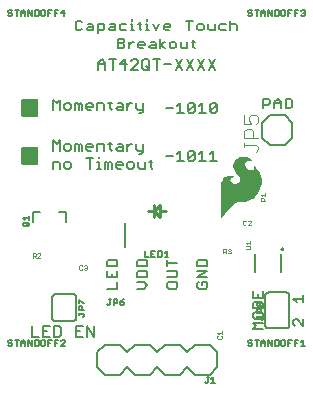
<source format=gbr>
G04 EAGLE Gerber RS-274X export*
G75*
%MOMM*%
%FSLAX34Y34*%
%LPD*%
%INSilkscreen Top*%
%IPPOS*%
%AMOC8*
5,1,8,0,0,1.08239X$1,22.5*%
G01*
%ADD10C,0.203200*%
%ADD11C,0.152400*%
%ADD12C,0.254000*%
%ADD13C,0.127000*%
%ADD14C,0.025400*%
%ADD15C,0.101600*%

G36*
X181315Y154730D02*
X181315Y154730D01*
X181399Y154733D01*
X181400Y154733D01*
X181401Y154733D01*
X181479Y154776D01*
X181552Y154815D01*
X181552Y154816D01*
X181553Y154816D01*
X181557Y154822D01*
X181640Y154930D01*
X181713Y155075D01*
X182069Y155431D01*
X182076Y155442D01*
X182089Y155453D01*
X182689Y156153D01*
X182693Y156160D01*
X182700Y156167D01*
X183392Y157056D01*
X184283Y158046D01*
X184286Y158051D01*
X184292Y158057D01*
X185287Y159250D01*
X186380Y160443D01*
X187579Y161741D01*
X188879Y163141D01*
X188883Y163148D01*
X188890Y163154D01*
X189980Y164442D01*
X191062Y165524D01*
X192037Y166402D01*
X192989Y167068D01*
X194029Y167541D01*
X195051Y167820D01*
X198900Y167820D01*
X198920Y167825D01*
X198947Y167823D01*
X201347Y168123D01*
X201369Y168131D01*
X201400Y168133D01*
X203600Y168733D01*
X203623Y168745D01*
X203656Y168753D01*
X205656Y169653D01*
X205675Y169667D01*
X205703Y169679D01*
X207603Y170879D01*
X207614Y170889D01*
X207631Y170898D01*
X209331Y172198D01*
X209348Y172219D01*
X209377Y172240D01*
X210877Y173840D01*
X210885Y173854D01*
X210900Y173867D01*
X212300Y175667D01*
X212313Y175694D01*
X212338Y175726D01*
X214238Y179426D01*
X214246Y179457D01*
X214266Y179498D01*
X215266Y183098D01*
X215268Y183132D01*
X215280Y183178D01*
X215480Y186678D01*
X215474Y186710D01*
X215476Y186757D01*
X214976Y190057D01*
X214965Y190086D01*
X214958Y190128D01*
X213958Y192928D01*
X213944Y192949D01*
X213934Y192981D01*
X212634Y195381D01*
X212608Y195410D01*
X212569Y195469D01*
X210869Y197169D01*
X210839Y197187D01*
X210802Y197222D01*
X209202Y198222D01*
X209136Y198245D01*
X209072Y198273D01*
X209055Y198273D01*
X209038Y198278D01*
X208969Y198269D01*
X208899Y198267D01*
X208884Y198258D01*
X208866Y198256D01*
X208808Y198217D01*
X208747Y198184D01*
X208737Y198169D01*
X208722Y198159D01*
X208687Y198099D01*
X208647Y198042D01*
X208644Y198023D01*
X208636Y198009D01*
X208633Y197970D01*
X208620Y197900D01*
X208620Y197300D01*
X208627Y197270D01*
X208627Y197225D01*
X208713Y196794D01*
X208625Y196263D01*
X208537Y195734D01*
X208298Y195336D01*
X207883Y194921D01*
X207322Y194680D01*
X206753Y194680D01*
X205438Y195056D01*
X204697Y195427D01*
X204021Y195909D01*
X203335Y196400D01*
X202658Y196979D01*
X202199Y197438D01*
X201722Y198202D01*
X201719Y198205D01*
X201716Y198211D01*
X201349Y198762D01*
X201172Y199384D01*
X201085Y199900D01*
X201168Y200397D01*
X201347Y200844D01*
X201622Y201394D01*
X201976Y201836D01*
X202714Y202482D01*
X203092Y202671D01*
X203433Y202841D01*
X204167Y203025D01*
X205021Y203120D01*
X206253Y203120D01*
X206608Y203031D01*
X206644Y203031D01*
X206700Y203020D01*
X206800Y203020D01*
X206861Y203034D01*
X206924Y203040D01*
X206945Y203054D01*
X206969Y203059D01*
X207017Y203099D01*
X207070Y203133D01*
X207083Y203154D01*
X207102Y203169D01*
X207128Y203227D01*
X207161Y203280D01*
X207163Y203305D01*
X207173Y203328D01*
X207171Y203390D01*
X207177Y203453D01*
X207168Y203476D01*
X207167Y203501D01*
X207137Y203556D01*
X207114Y203615D01*
X207094Y203634D01*
X207084Y203653D01*
X207053Y203674D01*
X207011Y203716D01*
X206717Y203913D01*
X206021Y204409D01*
X206006Y204415D01*
X205992Y204428D01*
X204792Y205128D01*
X204768Y205136D01*
X204741Y205153D01*
X203241Y205753D01*
X203223Y205756D01*
X203202Y205766D01*
X201402Y206266D01*
X201368Y206268D01*
X201319Y206280D01*
X199319Y206380D01*
X199281Y206373D01*
X199216Y206371D01*
X197016Y205871D01*
X196982Y205854D01*
X196924Y205837D01*
X194624Y204637D01*
X194599Y204616D01*
X194558Y204594D01*
X192858Y203194D01*
X192835Y203163D01*
X192787Y203115D01*
X191687Y201515D01*
X191673Y201480D01*
X191641Y201427D01*
X191041Y199727D01*
X191038Y199692D01*
X191036Y199681D01*
X191027Y199662D01*
X191028Y199640D01*
X191020Y199600D01*
X191020Y197900D01*
X191029Y197862D01*
X191035Y197793D01*
X191535Y196093D01*
X191549Y196068D01*
X191560Y196030D01*
X192460Y194230D01*
X192479Y194207D01*
X192498Y194169D01*
X193798Y192469D01*
X193815Y192455D01*
X193831Y192431D01*
X195522Y190741D01*
X196778Y189291D01*
X197420Y187916D01*
X197420Y186657D01*
X197061Y185492D01*
X196249Y184590D01*
X195139Y183849D01*
X193847Y183480D01*
X192351Y183480D01*
X191311Y183764D01*
X190491Y184037D01*
X189858Y184579D01*
X189313Y185125D01*
X189056Y185638D01*
X188880Y186253D01*
X188880Y186838D01*
X189041Y187321D01*
X189288Y187650D01*
X189654Y188016D01*
X190133Y188399D01*
X190488Y188666D01*
X190941Y188847D01*
X190953Y188855D01*
X190970Y188860D01*
X191214Y188982D01*
X191370Y189060D01*
X191570Y189160D01*
X191599Y189184D01*
X191669Y189231D01*
X191769Y189331D01*
X191782Y189353D01*
X191802Y189369D01*
X191828Y189426D01*
X191860Y189478D01*
X191863Y189504D01*
X191873Y189528D01*
X191871Y189589D01*
X191877Y189651D01*
X191868Y189675D01*
X191867Y189701D01*
X191837Y189755D01*
X191815Y189813D01*
X191796Y189830D01*
X191784Y189853D01*
X191734Y189888D01*
X191688Y189930D01*
X191663Y189938D01*
X191642Y189953D01*
X191558Y189969D01*
X191522Y189980D01*
X191512Y189978D01*
X191500Y189980D01*
X191462Y189980D01*
X191231Y190057D01*
X190741Y190253D01*
X190706Y190258D01*
X190654Y190276D01*
X189954Y190376D01*
X189930Y190374D01*
X189900Y190380D01*
X188100Y190380D01*
X188070Y190373D01*
X188025Y190373D01*
X187025Y190173D01*
X187015Y190168D01*
X187000Y190167D01*
X185900Y189867D01*
X185883Y189858D01*
X185859Y189853D01*
X184859Y189453D01*
X184832Y189434D01*
X184789Y189416D01*
X183889Y188816D01*
X183868Y188794D01*
X183831Y188769D01*
X183031Y187969D01*
X183020Y187951D01*
X183000Y187933D01*
X182300Y187033D01*
X182289Y187009D01*
X182266Y186982D01*
X181666Y185882D01*
X181657Y185849D01*
X181634Y185804D01*
X181234Y184404D01*
X181233Y184379D01*
X181223Y184347D01*
X181023Y182747D01*
X181024Y182735D01*
X181020Y182720D01*
X180920Y180820D01*
X180922Y180811D01*
X180920Y180800D01*
X180920Y155100D01*
X180940Y155015D01*
X180959Y154933D01*
X180959Y154932D01*
X180959Y154931D01*
X181016Y154863D01*
X181068Y154799D01*
X181069Y154798D01*
X181147Y154763D01*
X181226Y154727D01*
X181227Y154727D01*
X181228Y154727D01*
X181315Y154730D01*
G37*
G36*
X25458Y240293D02*
X25458Y240293D01*
X25516Y240291D01*
X25598Y240313D01*
X25682Y240325D01*
X25735Y240349D01*
X25791Y240363D01*
X25864Y240406D01*
X25941Y240441D01*
X25986Y240479D01*
X26036Y240509D01*
X26094Y240570D01*
X26158Y240625D01*
X26190Y240673D01*
X26230Y240716D01*
X26269Y240791D01*
X26316Y240861D01*
X26333Y240917D01*
X26360Y240969D01*
X26371Y241037D01*
X26401Y241132D01*
X26404Y241232D01*
X26415Y241300D01*
X26415Y254000D01*
X26407Y254058D01*
X26409Y254116D01*
X26387Y254198D01*
X26375Y254282D01*
X26352Y254335D01*
X26337Y254391D01*
X26294Y254464D01*
X26259Y254541D01*
X26221Y254586D01*
X26192Y254636D01*
X26130Y254694D01*
X26076Y254758D01*
X26027Y254790D01*
X25984Y254830D01*
X25909Y254869D01*
X25839Y254916D01*
X25783Y254933D01*
X25731Y254960D01*
X25663Y254971D01*
X25568Y255001D01*
X25468Y255004D01*
X25400Y255015D01*
X12700Y255015D01*
X12642Y255007D01*
X12584Y255009D01*
X12502Y254987D01*
X12419Y254975D01*
X12365Y254952D01*
X12309Y254937D01*
X12236Y254894D01*
X12159Y254859D01*
X12114Y254821D01*
X12064Y254792D01*
X12006Y254730D01*
X11942Y254676D01*
X11910Y254627D01*
X11870Y254584D01*
X11831Y254509D01*
X11785Y254439D01*
X11767Y254383D01*
X11740Y254331D01*
X11729Y254263D01*
X11699Y254168D01*
X11696Y254068D01*
X11685Y254000D01*
X11685Y241300D01*
X11693Y241242D01*
X11691Y241184D01*
X11713Y241102D01*
X11725Y241019D01*
X11749Y240965D01*
X11763Y240909D01*
X11806Y240836D01*
X11841Y240759D01*
X11879Y240714D01*
X11909Y240664D01*
X11970Y240606D01*
X12025Y240542D01*
X12073Y240510D01*
X12116Y240470D01*
X12191Y240431D01*
X12261Y240385D01*
X12317Y240367D01*
X12369Y240340D01*
X12437Y240329D01*
X12532Y240299D01*
X12632Y240296D01*
X12700Y240285D01*
X25400Y240285D01*
X25458Y240293D01*
G37*
G36*
X25458Y199653D02*
X25458Y199653D01*
X25516Y199651D01*
X25598Y199673D01*
X25682Y199685D01*
X25735Y199709D01*
X25791Y199723D01*
X25864Y199766D01*
X25941Y199801D01*
X25986Y199839D01*
X26036Y199869D01*
X26094Y199930D01*
X26158Y199985D01*
X26190Y200033D01*
X26230Y200076D01*
X26269Y200151D01*
X26316Y200221D01*
X26333Y200277D01*
X26360Y200329D01*
X26371Y200397D01*
X26401Y200492D01*
X26404Y200592D01*
X26415Y200660D01*
X26415Y213360D01*
X26407Y213418D01*
X26409Y213476D01*
X26387Y213558D01*
X26375Y213642D01*
X26352Y213695D01*
X26337Y213751D01*
X26294Y213824D01*
X26259Y213901D01*
X26221Y213946D01*
X26192Y213996D01*
X26130Y214054D01*
X26076Y214118D01*
X26027Y214150D01*
X25984Y214190D01*
X25909Y214229D01*
X25839Y214276D01*
X25783Y214293D01*
X25731Y214320D01*
X25663Y214331D01*
X25568Y214361D01*
X25468Y214364D01*
X25400Y214375D01*
X12700Y214375D01*
X12642Y214367D01*
X12584Y214369D01*
X12502Y214347D01*
X12419Y214335D01*
X12365Y214312D01*
X12309Y214297D01*
X12236Y214254D01*
X12159Y214219D01*
X12114Y214181D01*
X12064Y214152D01*
X12006Y214090D01*
X11942Y214036D01*
X11910Y213987D01*
X11870Y213944D01*
X11831Y213869D01*
X11785Y213799D01*
X11767Y213743D01*
X11740Y213691D01*
X11729Y213623D01*
X11699Y213528D01*
X11696Y213428D01*
X11685Y213360D01*
X11685Y200660D01*
X11693Y200602D01*
X11691Y200544D01*
X11713Y200462D01*
X11725Y200379D01*
X11749Y200325D01*
X11763Y200269D01*
X11806Y200196D01*
X11841Y200119D01*
X11879Y200074D01*
X11909Y200024D01*
X11970Y199966D01*
X12025Y199902D01*
X12073Y199870D01*
X12116Y199830D01*
X12191Y199791D01*
X12261Y199745D01*
X12317Y199727D01*
X12369Y199700D01*
X12437Y199689D01*
X12532Y199659D01*
X12632Y199656D01*
X12700Y199645D01*
X25400Y199645D01*
X25458Y199653D01*
G37*
D10*
X63275Y320215D02*
X61920Y321571D01*
X59208Y321571D01*
X57852Y320215D01*
X57852Y314792D01*
X59208Y313436D01*
X61920Y313436D01*
X63275Y314792D01*
X68563Y318859D02*
X71275Y318859D01*
X72631Y317503D01*
X72631Y313436D01*
X68563Y313436D01*
X67207Y314792D01*
X68563Y316148D01*
X72631Y316148D01*
X76562Y318859D02*
X76562Y310724D01*
X76562Y318859D02*
X80630Y318859D01*
X81986Y317503D01*
X81986Y314792D01*
X80630Y313436D01*
X76562Y313436D01*
X87273Y318859D02*
X89985Y318859D01*
X91341Y317503D01*
X91341Y313436D01*
X87273Y313436D01*
X85918Y314792D01*
X87273Y316148D01*
X91341Y316148D01*
X96629Y318859D02*
X100696Y318859D01*
X96629Y318859D02*
X95273Y317503D01*
X95273Y314792D01*
X96629Y313436D01*
X100696Y313436D01*
X104628Y318859D02*
X105984Y318859D01*
X105984Y313436D01*
X104628Y313436D02*
X107340Y313436D01*
X105984Y321571D02*
X105984Y322927D01*
X112221Y320215D02*
X112221Y314792D01*
X113576Y313436D01*
X113576Y318859D02*
X110865Y318859D01*
X117102Y318859D02*
X118457Y318859D01*
X118457Y313436D01*
X117102Y313436D02*
X119813Y313436D01*
X118457Y321571D02*
X118457Y322927D01*
X123338Y318859D02*
X126050Y313436D01*
X128762Y318859D01*
X134049Y313436D02*
X136761Y313436D01*
X134049Y313436D02*
X132694Y314792D01*
X132694Y317503D01*
X134049Y318859D01*
X136761Y318859D01*
X138117Y317503D01*
X138117Y316148D01*
X132694Y316148D01*
X154116Y313436D02*
X154116Y321571D01*
X156827Y321571D02*
X151404Y321571D01*
X162115Y313436D02*
X164827Y313436D01*
X166182Y314792D01*
X166182Y317503D01*
X164827Y318859D01*
X162115Y318859D01*
X160759Y317503D01*
X160759Y314792D01*
X162115Y313436D01*
X170114Y314792D02*
X170114Y318859D01*
X170114Y314792D02*
X171470Y313436D01*
X175538Y313436D01*
X175538Y318859D01*
X180825Y318859D02*
X184893Y318859D01*
X180825Y318859D02*
X179469Y317503D01*
X179469Y314792D01*
X180825Y313436D01*
X184893Y313436D01*
X188825Y313436D02*
X188825Y321571D01*
X190180Y318859D02*
X188825Y317503D01*
X190180Y318859D02*
X192892Y318859D01*
X194248Y317503D01*
X194248Y313436D01*
X93714Y306331D02*
X93714Y298196D01*
X93714Y306331D02*
X97781Y306331D01*
X99137Y304975D01*
X99137Y303619D01*
X97781Y302263D01*
X99137Y300908D01*
X99137Y299552D01*
X97781Y298196D01*
X93714Y298196D01*
X93714Y302263D02*
X97781Y302263D01*
X103069Y303619D02*
X103069Y298196D01*
X103069Y300908D02*
X105780Y303619D01*
X107136Y303619D01*
X112221Y298196D02*
X114932Y298196D01*
X112221Y298196D02*
X110865Y299552D01*
X110865Y302263D01*
X112221Y303619D01*
X114932Y303619D01*
X116288Y302263D01*
X116288Y300908D01*
X110865Y300908D01*
X121576Y303619D02*
X124287Y303619D01*
X125643Y302263D01*
X125643Y298196D01*
X121576Y298196D01*
X120220Y299552D01*
X121576Y300908D01*
X125643Y300908D01*
X129575Y298196D02*
X129575Y306331D01*
X129575Y300908D02*
X133643Y298196D01*
X129575Y300908D02*
X133643Y303619D01*
X138727Y298196D02*
X141439Y298196D01*
X142794Y299552D01*
X142794Y302263D01*
X141439Y303619D01*
X138727Y303619D01*
X137371Y302263D01*
X137371Y299552D01*
X138727Y298196D01*
X146726Y299552D02*
X146726Y303619D01*
X146726Y299552D02*
X148082Y298196D01*
X152150Y298196D01*
X152150Y303619D01*
X157437Y304975D02*
X157437Y299552D01*
X158793Y298196D01*
X158793Y303619D02*
X156082Y303619D01*
X216853Y255531D02*
X216853Y247396D01*
X216853Y255531D02*
X220921Y255531D01*
X222277Y254175D01*
X222277Y251463D01*
X220921Y250108D01*
X216853Y250108D01*
X226208Y252819D02*
X226208Y247396D01*
X226208Y252819D02*
X228920Y255531D01*
X231632Y252819D01*
X231632Y247396D01*
X231632Y251463D02*
X226208Y251463D01*
X235564Y247396D02*
X235564Y255531D01*
X235564Y247396D02*
X239631Y247396D01*
X240987Y248752D01*
X240987Y254175D01*
X239631Y255531D01*
X235564Y255531D01*
D11*
X93218Y94742D02*
X84575Y94742D01*
X93218Y94742D02*
X93218Y100504D01*
X84575Y104097D02*
X84575Y109859D01*
X84575Y104097D02*
X93218Y104097D01*
X93218Y109859D01*
X88896Y106978D02*
X88896Y104097D01*
X84575Y113452D02*
X93218Y113452D01*
X93218Y117774D01*
X91777Y119215D01*
X86015Y119215D01*
X84575Y117774D01*
X84575Y113452D01*
X109975Y94742D02*
X115737Y94742D01*
X118618Y97623D01*
X115737Y100504D01*
X109975Y100504D01*
X109975Y104097D02*
X118618Y104097D01*
X118618Y108419D01*
X117177Y109859D01*
X111415Y109859D01*
X109975Y108419D01*
X109975Y104097D01*
X109975Y113452D02*
X118618Y113452D01*
X118618Y117774D01*
X117177Y119215D01*
X111415Y119215D01*
X109975Y117774D01*
X109975Y113452D01*
X135375Y99064D02*
X135375Y96183D01*
X136815Y94742D01*
X142577Y94742D01*
X144018Y96183D01*
X144018Y99064D01*
X142577Y100504D01*
X136815Y100504D01*
X135375Y99064D01*
X135375Y104097D02*
X142577Y104097D01*
X144018Y105538D01*
X144018Y108419D01*
X142577Y109859D01*
X135375Y109859D01*
X135375Y116334D02*
X144018Y116334D01*
X135375Y113452D02*
X135375Y119215D01*
X160775Y99064D02*
X162215Y100504D01*
X160775Y99064D02*
X160775Y96183D01*
X162215Y94742D01*
X167977Y94742D01*
X169418Y96183D01*
X169418Y99064D01*
X167977Y100504D01*
X165096Y100504D01*
X165096Y97623D01*
X160775Y104097D02*
X169418Y104097D01*
X169418Y109859D02*
X160775Y104097D01*
X160775Y109859D02*
X169418Y109859D01*
X169418Y113452D02*
X160775Y113452D01*
X169418Y113452D02*
X169418Y117774D01*
X167977Y119215D01*
X162215Y119215D01*
X160775Y117774D01*
X160775Y113452D01*
D12*
X124460Y160020D02*
X124460Y165100D01*
X124460Y160020D02*
X124460Y154940D01*
X124460Y160020D02*
X129540Y165100D01*
X129540Y160020D01*
X129540Y154940D01*
X124460Y160020D01*
X119380Y160020D01*
X129540Y160020D02*
X134620Y160020D01*
D11*
X21082Y62745D02*
X21082Y54102D01*
X26844Y54102D01*
X30437Y62745D02*
X36199Y62745D01*
X30437Y62745D02*
X30437Y54102D01*
X36199Y54102D01*
X33318Y58424D02*
X30437Y58424D01*
X39792Y62745D02*
X39792Y54102D01*
X44114Y54102D01*
X45555Y55543D01*
X45555Y61305D01*
X44114Y62745D01*
X39792Y62745D01*
X58503Y62745D02*
X64265Y62745D01*
X58503Y62745D02*
X58503Y54102D01*
X64265Y54102D01*
X61384Y58424D02*
X58503Y58424D01*
X67858Y62745D02*
X67858Y54102D01*
X73620Y54102D02*
X67858Y62745D01*
X73620Y62745D02*
X73620Y54102D01*
X38862Y245872D02*
X38862Y254515D01*
X41743Y251634D01*
X44624Y254515D01*
X44624Y245872D01*
X49658Y245872D02*
X52539Y245872D01*
X53979Y247313D01*
X53979Y250194D01*
X52539Y251634D01*
X49658Y251634D01*
X48217Y250194D01*
X48217Y247313D01*
X49658Y245872D01*
X57572Y245872D02*
X57572Y251634D01*
X59013Y251634D01*
X60454Y250194D01*
X60454Y245872D01*
X60454Y250194D02*
X61894Y251634D01*
X63335Y250194D01*
X63335Y245872D01*
X68368Y245872D02*
X71249Y245872D01*
X68368Y245872D02*
X66928Y247313D01*
X66928Y250194D01*
X68368Y251634D01*
X71249Y251634D01*
X72690Y250194D01*
X72690Y248753D01*
X66928Y248753D01*
X76283Y245872D02*
X76283Y251634D01*
X80604Y251634D01*
X82045Y250194D01*
X82045Y245872D01*
X87079Y247313D02*
X87079Y253075D01*
X87079Y247313D02*
X88519Y245872D01*
X88519Y251634D02*
X85638Y251634D01*
X93315Y251634D02*
X96196Y251634D01*
X97637Y250194D01*
X97637Y245872D01*
X93315Y245872D01*
X91875Y247313D01*
X93315Y248753D01*
X97637Y248753D01*
X101230Y245872D02*
X101230Y251634D01*
X101230Y248753D02*
X104111Y251634D01*
X105552Y251634D01*
X109026Y251634D02*
X109026Y247313D01*
X110466Y245872D01*
X114788Y245872D01*
X114788Y244431D02*
X114788Y251634D01*
X114788Y244431D02*
X113348Y242991D01*
X111907Y242991D01*
X38862Y220225D02*
X38862Y211582D01*
X41743Y217344D02*
X38862Y220225D01*
X41743Y217344D02*
X44624Y220225D01*
X44624Y211582D01*
X49658Y211582D02*
X52539Y211582D01*
X53979Y213023D01*
X53979Y215904D01*
X52539Y217344D01*
X49658Y217344D01*
X48217Y215904D01*
X48217Y213023D01*
X49658Y211582D01*
X57572Y211582D02*
X57572Y217344D01*
X59013Y217344D01*
X60454Y215904D01*
X60454Y211582D01*
X60454Y215904D02*
X61894Y217344D01*
X63335Y215904D01*
X63335Y211582D01*
X68368Y211582D02*
X71249Y211582D01*
X68368Y211582D02*
X66928Y213023D01*
X66928Y215904D01*
X68368Y217344D01*
X71249Y217344D01*
X72690Y215904D01*
X72690Y214463D01*
X66928Y214463D01*
X76283Y211582D02*
X76283Y217344D01*
X80604Y217344D01*
X82045Y215904D01*
X82045Y211582D01*
X87079Y213023D02*
X87079Y218785D01*
X87079Y213023D02*
X88519Y211582D01*
X88519Y217344D02*
X85638Y217344D01*
X93315Y217344D02*
X96196Y217344D01*
X97637Y215904D01*
X97637Y211582D01*
X93315Y211582D01*
X91875Y213023D01*
X93315Y214463D01*
X97637Y214463D01*
X101230Y211582D02*
X101230Y217344D01*
X101230Y214463D02*
X104111Y217344D01*
X105552Y217344D01*
X109026Y217344D02*
X109026Y213023D01*
X110466Y211582D01*
X114788Y211582D01*
X114788Y210141D02*
X114788Y217344D01*
X114788Y210141D02*
X113348Y208701D01*
X111907Y208701D01*
X38862Y202104D02*
X38862Y196342D01*
X38862Y202104D02*
X43184Y202104D01*
X44624Y200664D01*
X44624Y196342D01*
X49658Y196342D02*
X52539Y196342D01*
X53979Y197783D01*
X53979Y200664D01*
X52539Y202104D01*
X49658Y202104D01*
X48217Y200664D01*
X48217Y197783D01*
X49658Y196342D01*
X69809Y196342D02*
X69809Y204985D01*
X66928Y204985D02*
X72690Y204985D01*
X76283Y202104D02*
X77723Y202104D01*
X77723Y196342D01*
X76283Y196342D02*
X79164Y196342D01*
X77723Y204985D02*
X77723Y206426D01*
X82520Y202104D02*
X82520Y196342D01*
X82520Y202104D02*
X83960Y202104D01*
X85401Y200664D01*
X85401Y196342D01*
X85401Y200664D02*
X86841Y202104D01*
X88282Y200664D01*
X88282Y196342D01*
X93315Y196342D02*
X96196Y196342D01*
X93315Y196342D02*
X91875Y197783D01*
X91875Y200664D01*
X93315Y202104D01*
X96196Y202104D01*
X97637Y200664D01*
X97637Y199223D01*
X91875Y199223D01*
X102670Y196342D02*
X105552Y196342D01*
X106992Y197783D01*
X106992Y200664D01*
X105552Y202104D01*
X102670Y202104D01*
X101230Y200664D01*
X101230Y197783D01*
X102670Y196342D01*
X110585Y197783D02*
X110585Y202104D01*
X110585Y197783D02*
X112026Y196342D01*
X116347Y196342D01*
X116347Y202104D01*
X121381Y203545D02*
X121381Y197783D01*
X122821Y196342D01*
X122821Y202104D02*
X119940Y202104D01*
X134112Y207014D02*
X139874Y207014D01*
X143467Y208454D02*
X146348Y211335D01*
X146348Y202692D01*
X143467Y202692D02*
X149229Y202692D01*
X152822Y204133D02*
X152822Y209895D01*
X154263Y211335D01*
X157144Y211335D01*
X158585Y209895D01*
X158585Y204133D01*
X157144Y202692D01*
X154263Y202692D01*
X152822Y204133D01*
X158585Y209895D01*
X162178Y208454D02*
X165059Y211335D01*
X165059Y202692D01*
X162178Y202692D02*
X167940Y202692D01*
X171533Y208454D02*
X174414Y211335D01*
X174414Y202692D01*
X171533Y202692D02*
X177295Y202692D01*
X139874Y247654D02*
X134112Y247654D01*
X143467Y249094D02*
X146348Y251975D01*
X146348Y243332D01*
X143467Y243332D02*
X149229Y243332D01*
X152822Y244773D02*
X152822Y250535D01*
X154263Y251975D01*
X157144Y251975D01*
X158585Y250535D01*
X158585Y244773D01*
X157144Y243332D01*
X154263Y243332D01*
X152822Y244773D01*
X158585Y250535D01*
X162178Y249094D02*
X165059Y251975D01*
X165059Y243332D01*
X162178Y243332D02*
X167940Y243332D01*
X171533Y244773D02*
X171533Y250535D01*
X172973Y251975D01*
X175854Y251975D01*
X177295Y250535D01*
X177295Y244773D01*
X175854Y243332D01*
X172973Y243332D01*
X171533Y244773D01*
X177295Y250535D01*
X76962Y280162D02*
X76962Y285924D01*
X79843Y288805D01*
X82724Y285924D01*
X82724Y280162D01*
X82724Y284484D02*
X76962Y284484D01*
X89198Y280162D02*
X89198Y288805D01*
X86317Y288805D02*
X92079Y288805D01*
X99994Y288805D02*
X99994Y280162D01*
X95672Y284484D02*
X99994Y288805D01*
X101435Y284484D02*
X95672Y284484D01*
X105028Y280162D02*
X110790Y280162D01*
X105028Y280162D02*
X110790Y285924D01*
X110790Y287365D01*
X109349Y288805D01*
X106468Y288805D01*
X105028Y287365D01*
X114383Y287365D02*
X114383Y281603D01*
X114383Y287365D02*
X115823Y288805D01*
X118704Y288805D01*
X120145Y287365D01*
X120145Y281603D01*
X118704Y280162D01*
X115823Y280162D01*
X114383Y281603D01*
X117264Y283043D02*
X120145Y280162D01*
X126619Y280162D02*
X126619Y288805D01*
X123738Y288805D02*
X129500Y288805D01*
X133093Y284484D02*
X138855Y284484D01*
X142448Y288805D02*
X148211Y280162D01*
X142448Y280162D02*
X148211Y288805D01*
X151804Y288805D02*
X157566Y280162D01*
X151804Y280162D02*
X157566Y288805D01*
X161159Y288805D02*
X166921Y280162D01*
X161159Y280162D02*
X166921Y288805D01*
X170514Y288805D02*
X176276Y280162D01*
X170514Y280162D02*
X176276Y288805D01*
X208273Y60452D02*
X216408Y60452D01*
X210985Y63164D02*
X208273Y60452D01*
X210985Y63164D02*
X208273Y65875D01*
X216408Y65875D01*
X208273Y70695D02*
X208273Y73407D01*
X208273Y70695D02*
X209629Y69339D01*
X215052Y69339D01*
X216408Y70695D01*
X216408Y73407D01*
X215052Y74763D01*
X209629Y74763D01*
X208273Y73407D01*
X208273Y78227D02*
X216408Y78227D01*
X216408Y82294D01*
X215052Y83650D01*
X209629Y83650D01*
X208273Y82294D01*
X208273Y78227D01*
X208273Y87114D02*
X208273Y92538D01*
X208273Y87114D02*
X216408Y87114D01*
X216408Y92538D01*
X212341Y89826D02*
X212341Y87114D01*
X242055Y86193D02*
X244936Y83312D01*
X242055Y86193D02*
X250698Y86193D01*
X250698Y83312D02*
X250698Y89074D01*
X250698Y68754D02*
X250698Y62992D01*
X244936Y68754D01*
X243495Y68754D01*
X242055Y67314D01*
X242055Y64433D01*
X243495Y62992D01*
D13*
X209840Y108622D02*
X209840Y124122D01*
X232012Y124336D02*
X232012Y108836D01*
X232156Y128524D02*
X232158Y128579D01*
X232164Y128634D01*
X232174Y128688D01*
X232188Y128741D01*
X232205Y128793D01*
X232226Y128844D01*
X232251Y128893D01*
X232280Y128940D01*
X232311Y128985D01*
X232346Y129028D01*
X232384Y129068D01*
X232425Y129105D01*
X232468Y129139D01*
X232513Y129170D01*
X232561Y129197D01*
X232611Y129221D01*
X232662Y129242D01*
X232714Y129258D01*
X232768Y129271D01*
X232822Y129280D01*
X232877Y129285D01*
X232932Y129286D01*
X232987Y129283D01*
X233041Y129276D01*
X233095Y129265D01*
X233148Y129250D01*
X233200Y129232D01*
X233250Y129210D01*
X233299Y129184D01*
X233346Y129155D01*
X233390Y129122D01*
X233432Y129087D01*
X233471Y129048D01*
X233508Y129007D01*
X233541Y128963D01*
X233571Y128917D01*
X233598Y128869D01*
X233621Y128819D01*
X233640Y128767D01*
X233656Y128715D01*
X233668Y128661D01*
X233676Y128606D01*
X233680Y128552D01*
X233680Y128496D01*
X233676Y128442D01*
X233668Y128387D01*
X233656Y128333D01*
X233640Y128281D01*
X233621Y128229D01*
X233598Y128179D01*
X233571Y128131D01*
X233541Y128085D01*
X233508Y128041D01*
X233471Y128000D01*
X233432Y127961D01*
X233390Y127926D01*
X233346Y127893D01*
X233299Y127864D01*
X233250Y127838D01*
X233200Y127816D01*
X233148Y127798D01*
X233095Y127783D01*
X233041Y127772D01*
X232987Y127765D01*
X232932Y127762D01*
X232877Y127763D01*
X232822Y127768D01*
X232768Y127777D01*
X232714Y127790D01*
X232662Y127806D01*
X232611Y127827D01*
X232561Y127851D01*
X232513Y127878D01*
X232468Y127909D01*
X232425Y127943D01*
X232384Y127980D01*
X232346Y128020D01*
X232311Y128063D01*
X232280Y128108D01*
X232251Y128155D01*
X232226Y128204D01*
X232205Y128255D01*
X232188Y128307D01*
X232174Y128360D01*
X232164Y128414D01*
X232158Y128469D01*
X232156Y128524D01*
D14*
X205231Y128533D02*
X202054Y128533D01*
X205231Y128533D02*
X205867Y129168D01*
X205867Y130439D01*
X205231Y131075D01*
X202054Y131075D01*
X203325Y132275D02*
X202054Y133546D01*
X205867Y133546D01*
X205867Y132275D02*
X205867Y134817D01*
X178559Y54875D02*
X177924Y54239D01*
X177924Y52968D01*
X178559Y52333D01*
X181101Y52333D01*
X181737Y52968D01*
X181737Y54239D01*
X181101Y54875D01*
X179195Y56075D02*
X177924Y57346D01*
X181737Y57346D01*
X181737Y56075D02*
X181737Y58617D01*
X202195Y151641D02*
X201559Y152276D01*
X200288Y152276D01*
X199653Y151641D01*
X199653Y149099D01*
X200288Y148463D01*
X201559Y148463D01*
X202195Y149099D01*
X203395Y148463D02*
X205937Y148463D01*
X203395Y148463D02*
X205937Y151005D01*
X205937Y151641D01*
X205302Y152276D01*
X204030Y152276D01*
X203395Y151641D01*
X63629Y113795D02*
X62994Y114430D01*
X61723Y114430D01*
X61087Y113795D01*
X61087Y111253D01*
X61723Y110617D01*
X62994Y110617D01*
X63629Y111253D01*
X64829Y113795D02*
X65465Y114430D01*
X66736Y114430D01*
X67371Y113795D01*
X67371Y113159D01*
X66736Y112524D01*
X66100Y112524D01*
X66736Y112524D02*
X67371Y111888D01*
X67371Y111253D01*
X66736Y110617D01*
X65465Y110617D01*
X64829Y111253D01*
X214500Y169037D02*
X218313Y169037D01*
X214500Y169037D02*
X214500Y170944D01*
X215135Y171579D01*
X216406Y171579D01*
X217042Y170944D01*
X217042Y169037D01*
X217042Y170308D02*
X218313Y171579D01*
X215771Y172779D02*
X214500Y174050D01*
X218313Y174050D01*
X218313Y172779D02*
X218313Y175321D01*
X21717Y124590D02*
X21717Y120777D01*
X21717Y124590D02*
X23624Y124590D01*
X24259Y123955D01*
X24259Y122684D01*
X23624Y122048D01*
X21717Y122048D01*
X22988Y122048D02*
X24259Y120777D01*
X25459Y120777D02*
X28001Y120777D01*
X25459Y120777D02*
X28001Y123319D01*
X28001Y123955D01*
X27366Y124590D01*
X26095Y124590D01*
X25459Y123955D01*
X183007Y124587D02*
X183007Y128400D01*
X184914Y128400D01*
X185549Y127765D01*
X185549Y126494D01*
X184914Y125858D01*
X183007Y125858D01*
X184278Y125858D02*
X185549Y124587D01*
X186749Y127765D02*
X187385Y128400D01*
X188656Y128400D01*
X189291Y127765D01*
X189291Y127129D01*
X188656Y126494D01*
X188020Y126494D01*
X188656Y126494D02*
X189291Y125858D01*
X189291Y125223D01*
X188656Y124587D01*
X187385Y124587D01*
X186749Y125223D01*
D10*
X27560Y159400D02*
X21560Y159400D01*
X21560Y151400D01*
X43560Y159400D02*
X49560Y159400D01*
X49560Y151400D01*
D13*
X17610Y147422D02*
X14390Y147422D01*
X13585Y148227D01*
X13585Y149837D01*
X14390Y150642D01*
X17610Y150642D01*
X18415Y149837D01*
X18415Y148227D01*
X17610Y147422D01*
X16805Y149032D02*
X18415Y150642D01*
X15195Y153035D02*
X13585Y154645D01*
X18415Y154645D01*
X18415Y153035D02*
X18415Y156255D01*
X206391Y51185D02*
X207196Y50380D01*
X206391Y51185D02*
X204781Y51185D01*
X203976Y50380D01*
X203976Y49575D01*
X204781Y48770D01*
X206391Y48770D01*
X207196Y47965D01*
X207196Y47160D01*
X206391Y46355D01*
X204781Y46355D01*
X203976Y47160D01*
X211199Y46355D02*
X211199Y51185D01*
X209589Y51185D02*
X212809Y51185D01*
X215202Y49575D02*
X215202Y46355D01*
X215202Y49575D02*
X216812Y51185D01*
X218422Y49575D01*
X218422Y46355D01*
X218422Y48770D02*
X215202Y48770D01*
X220815Y46355D02*
X220815Y51185D01*
X224035Y46355D01*
X224035Y51185D01*
X226428Y51185D02*
X226428Y46355D01*
X228843Y46355D01*
X229648Y47160D01*
X229648Y50380D01*
X228843Y51185D01*
X226428Y51185D01*
X232846Y51185D02*
X234457Y51185D01*
X232846Y51185D02*
X232041Y50380D01*
X232041Y47160D01*
X232846Y46355D01*
X234457Y46355D01*
X235262Y47160D01*
X235262Y50380D01*
X234457Y51185D01*
X237655Y51185D02*
X237655Y46355D01*
X237655Y51185D02*
X240875Y51185D01*
X239265Y48770D02*
X237655Y48770D01*
X243268Y46355D02*
X243268Y51185D01*
X246488Y51185D01*
X244878Y48770D02*
X243268Y48770D01*
X248881Y49575D02*
X250491Y51185D01*
X250491Y46355D01*
X248881Y46355D02*
X252101Y46355D01*
X3996Y50380D02*
X3191Y51185D01*
X1581Y51185D01*
X776Y50380D01*
X776Y49575D01*
X1581Y48770D01*
X3191Y48770D01*
X3996Y47965D01*
X3996Y47160D01*
X3191Y46355D01*
X1581Y46355D01*
X776Y47160D01*
X7999Y46355D02*
X7999Y51185D01*
X6389Y51185D02*
X9609Y51185D01*
X12002Y49575D02*
X12002Y46355D01*
X12002Y49575D02*
X13612Y51185D01*
X15222Y49575D01*
X15222Y46355D01*
X15222Y48770D02*
X12002Y48770D01*
X17615Y46355D02*
X17615Y51185D01*
X20835Y46355D01*
X20835Y51185D01*
X23228Y51185D02*
X23228Y46355D01*
X25643Y46355D01*
X26448Y47160D01*
X26448Y50380D01*
X25643Y51185D01*
X23228Y51185D01*
X29646Y51185D02*
X31257Y51185D01*
X29646Y51185D02*
X28841Y50380D01*
X28841Y47160D01*
X29646Y46355D01*
X31257Y46355D01*
X32062Y47160D01*
X32062Y50380D01*
X31257Y51185D01*
X34455Y51185D02*
X34455Y46355D01*
X34455Y51185D02*
X37675Y51185D01*
X36065Y48770D02*
X34455Y48770D01*
X40068Y46355D02*
X40068Y51185D01*
X43288Y51185D01*
X41678Y48770D02*
X40068Y48770D01*
X45681Y46355D02*
X48901Y46355D01*
X45681Y46355D02*
X48901Y49575D01*
X48901Y50380D01*
X48096Y51185D01*
X46486Y51185D01*
X45681Y50380D01*
X207196Y329780D02*
X206391Y330585D01*
X204781Y330585D01*
X203976Y329780D01*
X203976Y328975D01*
X204781Y328170D01*
X206391Y328170D01*
X207196Y327365D01*
X207196Y326560D01*
X206391Y325755D01*
X204781Y325755D01*
X203976Y326560D01*
X211199Y325755D02*
X211199Y330585D01*
X209589Y330585D02*
X212809Y330585D01*
X215202Y328975D02*
X215202Y325755D01*
X215202Y328975D02*
X216812Y330585D01*
X218422Y328975D01*
X218422Y325755D01*
X218422Y328170D02*
X215202Y328170D01*
X220815Y325755D02*
X220815Y330585D01*
X224035Y325755D01*
X224035Y330585D01*
X226428Y330585D02*
X226428Y325755D01*
X228843Y325755D01*
X229648Y326560D01*
X229648Y329780D01*
X228843Y330585D01*
X226428Y330585D01*
X232846Y330585D02*
X234457Y330585D01*
X232846Y330585D02*
X232041Y329780D01*
X232041Y326560D01*
X232846Y325755D01*
X234457Y325755D01*
X235262Y326560D01*
X235262Y329780D01*
X234457Y330585D01*
X237655Y330585D02*
X237655Y325755D01*
X237655Y330585D02*
X240875Y330585D01*
X239265Y328170D02*
X237655Y328170D01*
X243268Y325755D02*
X243268Y330585D01*
X246488Y330585D01*
X244878Y328170D02*
X243268Y328170D01*
X248881Y329780D02*
X249686Y330585D01*
X251296Y330585D01*
X252101Y329780D01*
X252101Y328975D01*
X251296Y328170D01*
X250491Y328170D01*
X251296Y328170D02*
X252101Y327365D01*
X252101Y326560D01*
X251296Y325755D01*
X249686Y325755D01*
X248881Y326560D01*
X3996Y329780D02*
X3191Y330585D01*
X1581Y330585D01*
X776Y329780D01*
X776Y328975D01*
X1581Y328170D01*
X3191Y328170D01*
X3996Y327365D01*
X3996Y326560D01*
X3191Y325755D01*
X1581Y325755D01*
X776Y326560D01*
X7999Y325755D02*
X7999Y330585D01*
X6389Y330585D02*
X9609Y330585D01*
X12002Y328975D02*
X12002Y325755D01*
X12002Y328975D02*
X13612Y330585D01*
X15222Y328975D01*
X15222Y325755D01*
X15222Y328170D02*
X12002Y328170D01*
X17615Y325755D02*
X17615Y330585D01*
X20835Y325755D01*
X20835Y330585D01*
X23228Y330585D02*
X23228Y325755D01*
X25643Y325755D01*
X26448Y326560D01*
X26448Y329780D01*
X25643Y330585D01*
X23228Y330585D01*
X29646Y330585D02*
X31257Y330585D01*
X29646Y330585D02*
X28841Y329780D01*
X28841Y326560D01*
X29646Y325755D01*
X31257Y325755D01*
X32062Y326560D01*
X32062Y329780D01*
X31257Y330585D01*
X34455Y330585D02*
X34455Y325755D01*
X34455Y330585D02*
X37675Y330585D01*
X36065Y328170D02*
X34455Y328170D01*
X40068Y325755D02*
X40068Y330585D01*
X43288Y330585D01*
X41678Y328170D02*
X40068Y328170D01*
X48096Y325755D02*
X48096Y330585D01*
X45681Y328170D01*
X48901Y328170D01*
D10*
X234950Y241300D02*
X241300Y234950D01*
X234950Y241300D02*
X222250Y241300D01*
X215900Y234950D01*
X215900Y222250D01*
X222250Y215900D01*
X234950Y215900D01*
X241300Y222250D01*
X241300Y234950D01*
D15*
X212344Y212515D02*
X210395Y210566D01*
X212344Y212515D02*
X212344Y214464D01*
X210395Y216413D01*
X200650Y216413D01*
X200650Y214464D02*
X200650Y218362D01*
X200650Y222260D02*
X212344Y222260D01*
X200650Y222260D02*
X200650Y228107D01*
X202599Y230056D01*
X206497Y230056D01*
X208446Y228107D01*
X208446Y222260D01*
X200650Y233954D02*
X200650Y241750D01*
X200650Y233954D02*
X206497Y233954D01*
X204548Y237852D01*
X204548Y239801D01*
X206497Y241750D01*
X210395Y241750D01*
X212344Y239801D01*
X212344Y235903D01*
X210395Y233954D01*
D13*
X84455Y81450D02*
X85260Y80645D01*
X86065Y80645D01*
X86870Y81450D01*
X86870Y85475D01*
X86065Y85475D02*
X87675Y85475D01*
X90068Y85475D02*
X90068Y80645D01*
X90068Y85475D02*
X92483Y85475D01*
X93288Y84670D01*
X93288Y83060D01*
X92483Y82255D01*
X90068Y82255D01*
X97291Y84670D02*
X98901Y85475D01*
X97291Y84670D02*
X95681Y83060D01*
X95681Y81450D01*
X96486Y80645D01*
X98096Y80645D01*
X98901Y81450D01*
X98901Y82255D01*
X98096Y83060D01*
X95681Y83060D01*
X99314Y129540D02*
X99314Y149860D01*
X116409Y126369D02*
X116409Y121539D01*
X119629Y121539D01*
X122022Y126369D02*
X125242Y126369D01*
X122022Y126369D02*
X122022Y121539D01*
X125242Y121539D01*
X123632Y123954D02*
X122022Y123954D01*
X127635Y126369D02*
X127635Y121539D01*
X130050Y121539D01*
X130855Y122344D01*
X130855Y125564D01*
X130050Y126369D01*
X127635Y126369D01*
X133248Y124759D02*
X134858Y126369D01*
X134858Y121539D01*
X133248Y121539D02*
X136468Y121539D01*
D11*
X238760Y88900D02*
X238760Y63500D01*
X218440Y88900D02*
X218442Y89000D01*
X218448Y89099D01*
X218458Y89199D01*
X218471Y89297D01*
X218489Y89396D01*
X218510Y89493D01*
X218535Y89589D01*
X218564Y89685D01*
X218597Y89779D01*
X218633Y89872D01*
X218673Y89963D01*
X218717Y90053D01*
X218764Y90141D01*
X218814Y90227D01*
X218868Y90311D01*
X218925Y90393D01*
X218985Y90472D01*
X219049Y90550D01*
X219115Y90624D01*
X219184Y90696D01*
X219256Y90765D01*
X219330Y90831D01*
X219408Y90895D01*
X219487Y90955D01*
X219569Y91012D01*
X219653Y91066D01*
X219739Y91116D01*
X219827Y91163D01*
X219917Y91207D01*
X220008Y91247D01*
X220101Y91283D01*
X220195Y91316D01*
X220291Y91345D01*
X220387Y91370D01*
X220484Y91391D01*
X220583Y91409D01*
X220681Y91422D01*
X220781Y91432D01*
X220880Y91438D01*
X220980Y91440D01*
X218440Y63500D02*
X218442Y63400D01*
X218448Y63301D01*
X218458Y63201D01*
X218471Y63103D01*
X218489Y63004D01*
X218510Y62907D01*
X218535Y62811D01*
X218564Y62715D01*
X218597Y62621D01*
X218633Y62528D01*
X218673Y62437D01*
X218717Y62347D01*
X218764Y62259D01*
X218814Y62173D01*
X218868Y62089D01*
X218925Y62007D01*
X218985Y61928D01*
X219049Y61850D01*
X219115Y61776D01*
X219184Y61704D01*
X219256Y61635D01*
X219330Y61569D01*
X219408Y61505D01*
X219487Y61445D01*
X219569Y61388D01*
X219653Y61334D01*
X219739Y61284D01*
X219827Y61237D01*
X219917Y61193D01*
X220008Y61153D01*
X220101Y61117D01*
X220195Y61084D01*
X220291Y61055D01*
X220387Y61030D01*
X220484Y61009D01*
X220583Y60991D01*
X220681Y60978D01*
X220781Y60968D01*
X220880Y60962D01*
X220980Y60960D01*
X236220Y60960D02*
X236320Y60962D01*
X236419Y60968D01*
X236519Y60978D01*
X236617Y60991D01*
X236716Y61009D01*
X236813Y61030D01*
X236909Y61055D01*
X237005Y61084D01*
X237099Y61117D01*
X237192Y61153D01*
X237283Y61193D01*
X237373Y61237D01*
X237461Y61284D01*
X237547Y61334D01*
X237631Y61388D01*
X237713Y61445D01*
X237792Y61505D01*
X237870Y61569D01*
X237944Y61635D01*
X238016Y61704D01*
X238085Y61776D01*
X238151Y61850D01*
X238215Y61928D01*
X238275Y62007D01*
X238332Y62089D01*
X238386Y62173D01*
X238436Y62259D01*
X238483Y62347D01*
X238527Y62437D01*
X238567Y62528D01*
X238603Y62621D01*
X238636Y62715D01*
X238665Y62811D01*
X238690Y62907D01*
X238711Y63004D01*
X238729Y63103D01*
X238742Y63201D01*
X238752Y63301D01*
X238758Y63400D01*
X238760Y63500D01*
X238760Y88900D02*
X238758Y89000D01*
X238752Y89099D01*
X238742Y89199D01*
X238729Y89297D01*
X238711Y89396D01*
X238690Y89493D01*
X238665Y89589D01*
X238636Y89685D01*
X238603Y89779D01*
X238567Y89872D01*
X238527Y89963D01*
X238483Y90053D01*
X238436Y90141D01*
X238386Y90227D01*
X238332Y90311D01*
X238275Y90393D01*
X238215Y90472D01*
X238151Y90550D01*
X238085Y90624D01*
X238016Y90696D01*
X237944Y90765D01*
X237870Y90831D01*
X237792Y90895D01*
X237713Y90955D01*
X237631Y91012D01*
X237547Y91066D01*
X237461Y91116D01*
X237373Y91163D01*
X237283Y91207D01*
X237192Y91247D01*
X237099Y91283D01*
X237005Y91316D01*
X236909Y91345D01*
X236813Y91370D01*
X236716Y91391D01*
X236617Y91409D01*
X236519Y91422D01*
X236419Y91432D01*
X236320Y91438D01*
X236220Y91440D01*
X220980Y91440D01*
X220980Y60960D02*
X236220Y60960D01*
X218440Y63500D02*
X218440Y88900D01*
D13*
X216535Y69220D02*
X215730Y68415D01*
X216535Y69220D02*
X216535Y70025D01*
X215730Y70830D01*
X211705Y70830D01*
X211705Y70025D02*
X211705Y71635D01*
X211705Y74028D02*
X216535Y74028D01*
X211705Y74028D02*
X211705Y76444D01*
X212510Y77249D01*
X214120Y77249D01*
X214925Y76444D01*
X214925Y74028D01*
X212510Y79642D02*
X211705Y80447D01*
X211705Y82057D01*
X212510Y82862D01*
X213315Y82862D01*
X214120Y82057D01*
X214925Y82862D01*
X215730Y82862D01*
X216535Y82057D01*
X216535Y80447D01*
X215730Y79642D01*
X214925Y79642D01*
X214120Y80447D01*
X213315Y79642D01*
X212510Y79642D01*
X214120Y80447D02*
X214120Y82057D01*
D11*
X38100Y87376D02*
X38100Y70104D01*
X55880Y67564D02*
X55980Y67566D01*
X56079Y67572D01*
X56179Y67582D01*
X56277Y67595D01*
X56376Y67613D01*
X56473Y67634D01*
X56569Y67659D01*
X56665Y67688D01*
X56759Y67721D01*
X56852Y67757D01*
X56943Y67797D01*
X57033Y67841D01*
X57121Y67888D01*
X57207Y67938D01*
X57291Y67992D01*
X57373Y68049D01*
X57452Y68109D01*
X57530Y68173D01*
X57604Y68239D01*
X57676Y68308D01*
X57745Y68380D01*
X57811Y68454D01*
X57875Y68532D01*
X57935Y68611D01*
X57992Y68693D01*
X58046Y68777D01*
X58096Y68863D01*
X58143Y68951D01*
X58187Y69041D01*
X58227Y69132D01*
X58263Y69225D01*
X58296Y69319D01*
X58325Y69415D01*
X58350Y69511D01*
X58371Y69608D01*
X58389Y69707D01*
X58402Y69805D01*
X58412Y69905D01*
X58418Y70004D01*
X58420Y70104D01*
X58420Y87376D02*
X58418Y87476D01*
X58412Y87575D01*
X58402Y87675D01*
X58389Y87773D01*
X58371Y87872D01*
X58350Y87969D01*
X58325Y88065D01*
X58296Y88161D01*
X58263Y88255D01*
X58227Y88348D01*
X58187Y88439D01*
X58143Y88529D01*
X58096Y88617D01*
X58046Y88703D01*
X57992Y88787D01*
X57935Y88869D01*
X57875Y88948D01*
X57811Y89026D01*
X57745Y89100D01*
X57676Y89172D01*
X57604Y89241D01*
X57530Y89307D01*
X57452Y89371D01*
X57373Y89431D01*
X57291Y89488D01*
X57207Y89542D01*
X57121Y89592D01*
X57033Y89639D01*
X56943Y89683D01*
X56852Y89723D01*
X56759Y89759D01*
X56665Y89792D01*
X56569Y89821D01*
X56473Y89846D01*
X56376Y89867D01*
X56277Y89885D01*
X56179Y89898D01*
X56079Y89908D01*
X55980Y89914D01*
X55880Y89916D01*
X40640Y89916D02*
X40540Y89914D01*
X40441Y89908D01*
X40341Y89898D01*
X40243Y89885D01*
X40144Y89867D01*
X40047Y89846D01*
X39951Y89821D01*
X39855Y89792D01*
X39761Y89759D01*
X39668Y89723D01*
X39577Y89683D01*
X39487Y89639D01*
X39399Y89592D01*
X39313Y89542D01*
X39229Y89488D01*
X39147Y89431D01*
X39068Y89371D01*
X38990Y89307D01*
X38916Y89241D01*
X38844Y89172D01*
X38775Y89100D01*
X38709Y89026D01*
X38645Y88948D01*
X38585Y88869D01*
X38528Y88787D01*
X38474Y88703D01*
X38424Y88617D01*
X38377Y88529D01*
X38333Y88439D01*
X38293Y88348D01*
X38257Y88255D01*
X38224Y88161D01*
X38195Y88065D01*
X38170Y87969D01*
X38149Y87872D01*
X38131Y87773D01*
X38118Y87675D01*
X38108Y87575D01*
X38102Y87476D01*
X38100Y87376D01*
X38100Y70104D02*
X38102Y70004D01*
X38108Y69905D01*
X38118Y69805D01*
X38131Y69707D01*
X38149Y69608D01*
X38170Y69511D01*
X38195Y69415D01*
X38224Y69319D01*
X38257Y69225D01*
X38293Y69132D01*
X38333Y69041D01*
X38377Y68951D01*
X38424Y68863D01*
X38474Y68777D01*
X38528Y68693D01*
X38585Y68611D01*
X38645Y68532D01*
X38709Y68454D01*
X38775Y68380D01*
X38844Y68308D01*
X38916Y68239D01*
X38990Y68173D01*
X39068Y68109D01*
X39147Y68049D01*
X39229Y67992D01*
X39313Y67938D01*
X39399Y67888D01*
X39487Y67841D01*
X39577Y67797D01*
X39668Y67757D01*
X39761Y67721D01*
X39855Y67688D01*
X39951Y67659D01*
X40047Y67634D01*
X40144Y67613D01*
X40243Y67595D01*
X40341Y67582D01*
X40441Y67572D01*
X40540Y67566D01*
X40640Y67564D01*
X55880Y67564D01*
X55880Y89916D02*
X40640Y89916D01*
X58420Y87376D02*
X58420Y70104D01*
D13*
X64346Y70955D02*
X65151Y71760D01*
X65151Y72565D01*
X64346Y73370D01*
X60321Y73370D01*
X60321Y72565D02*
X60321Y74175D01*
X60321Y76568D02*
X65151Y76568D01*
X60321Y76568D02*
X60321Y78983D01*
X61126Y79788D01*
X62736Y79788D01*
X63541Y78983D01*
X63541Y76568D01*
X60321Y82182D02*
X60321Y85402D01*
X61126Y85402D01*
X64346Y82182D01*
X65151Y82182D01*
D10*
X82550Y21590D02*
X95250Y21590D01*
X82550Y21590D02*
X76200Y27940D01*
X76200Y40640D02*
X82550Y46990D01*
X120650Y21590D02*
X127000Y27940D01*
X120650Y21590D02*
X107950Y21590D01*
X101600Y27940D01*
X101600Y40640D02*
X107950Y46990D01*
X120650Y46990D01*
X127000Y40640D01*
X101600Y27940D02*
X95250Y21590D01*
X101600Y40640D02*
X95250Y46990D01*
X82550Y46990D01*
X158750Y21590D02*
X171450Y21590D01*
X158750Y21590D02*
X152400Y27940D01*
X152400Y40640D02*
X158750Y46990D01*
X152400Y27940D02*
X146050Y21590D01*
X133350Y21590D01*
X127000Y27940D01*
X127000Y40640D02*
X133350Y46990D01*
X146050Y46990D01*
X152400Y40640D01*
X177800Y40640D02*
X177800Y27940D01*
X171450Y21590D01*
X177800Y40640D02*
X171450Y46990D01*
X158750Y46990D01*
X76200Y40640D02*
X76200Y27940D01*
D13*
X167209Y15664D02*
X168014Y14859D01*
X168819Y14859D01*
X169624Y15664D01*
X169624Y19689D01*
X168819Y19689D02*
X170429Y19689D01*
X172822Y18079D02*
X174432Y19689D01*
X174432Y14859D01*
X172822Y14859D02*
X176042Y14859D01*
M02*

</source>
